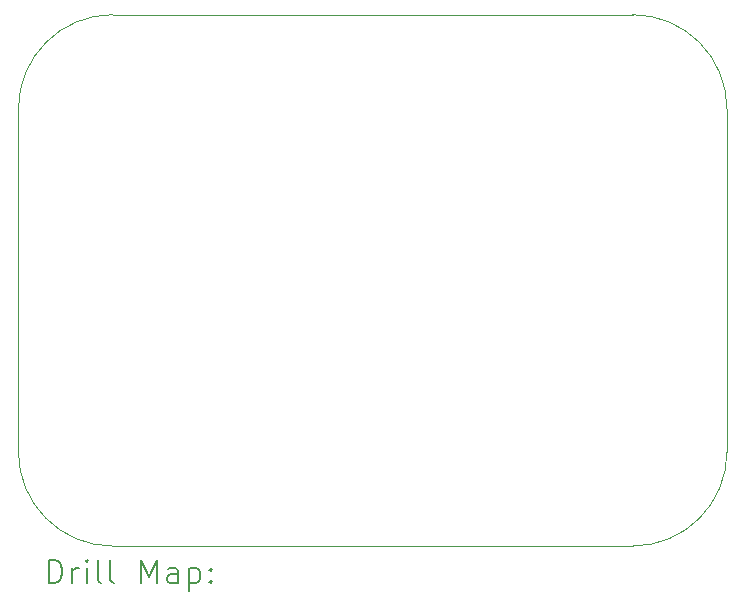
<source format=gbr>
%TF.GenerationSoftware,KiCad,Pcbnew,7.0.5*%
%TF.CreationDate,2023-07-06T17:02:58+08:00*%
%TF.ProjectId,GameRockerShaft,47616d65-526f-4636-9b65-725368616674,rev?*%
%TF.SameCoordinates,Original*%
%TF.FileFunction,Drillmap*%
%TF.FilePolarity,Positive*%
%FSLAX45Y45*%
G04 Gerber Fmt 4.5, Leading zero omitted, Abs format (unit mm)*
G04 Created by KiCad (PCBNEW 7.0.5) date 2023-07-06 17:02:58*
%MOMM*%
%LPD*%
G01*
G04 APERTURE LIST*
%ADD10C,0.100000*%
%ADD11C,0.200000*%
G04 APERTURE END LIST*
D10*
X7000000Y-7800000D02*
X7000000Y-10700000D01*
X13000000Y-7800000D02*
X13000000Y-10700000D01*
X13000000Y-7800000D02*
G75*
G03*
X12200000Y-7000000I-800000J0D01*
G01*
X7800000Y-7000000D02*
X12200000Y-7000000D01*
X12200000Y-11500000D02*
G75*
G03*
X13000000Y-10700000I0J800000D01*
G01*
X7000000Y-10700000D02*
G75*
G03*
X7800000Y-11500000I800000J0D01*
G01*
X7800000Y-11500000D02*
X12200000Y-11500000D01*
X7800000Y-7000000D02*
G75*
G03*
X7000000Y-7800000I0J-800000D01*
G01*
D11*
X7255777Y-11816484D02*
X7255777Y-11616484D01*
X7255777Y-11616484D02*
X7303396Y-11616484D01*
X7303396Y-11616484D02*
X7331967Y-11626008D01*
X7331967Y-11626008D02*
X7351015Y-11645055D01*
X7351015Y-11645055D02*
X7360539Y-11664103D01*
X7360539Y-11664103D02*
X7370062Y-11702198D01*
X7370062Y-11702198D02*
X7370062Y-11730769D01*
X7370062Y-11730769D02*
X7360539Y-11768865D01*
X7360539Y-11768865D02*
X7351015Y-11787912D01*
X7351015Y-11787912D02*
X7331967Y-11806960D01*
X7331967Y-11806960D02*
X7303396Y-11816484D01*
X7303396Y-11816484D02*
X7255777Y-11816484D01*
X7455777Y-11816484D02*
X7455777Y-11683150D01*
X7455777Y-11721246D02*
X7465301Y-11702198D01*
X7465301Y-11702198D02*
X7474824Y-11692674D01*
X7474824Y-11692674D02*
X7493872Y-11683150D01*
X7493872Y-11683150D02*
X7512920Y-11683150D01*
X7579586Y-11816484D02*
X7579586Y-11683150D01*
X7579586Y-11616484D02*
X7570062Y-11626008D01*
X7570062Y-11626008D02*
X7579586Y-11635531D01*
X7579586Y-11635531D02*
X7589110Y-11626008D01*
X7589110Y-11626008D02*
X7579586Y-11616484D01*
X7579586Y-11616484D02*
X7579586Y-11635531D01*
X7703396Y-11816484D02*
X7684348Y-11806960D01*
X7684348Y-11806960D02*
X7674824Y-11787912D01*
X7674824Y-11787912D02*
X7674824Y-11616484D01*
X7808158Y-11816484D02*
X7789110Y-11806960D01*
X7789110Y-11806960D02*
X7779586Y-11787912D01*
X7779586Y-11787912D02*
X7779586Y-11616484D01*
X8036729Y-11816484D02*
X8036729Y-11616484D01*
X8036729Y-11616484D02*
X8103396Y-11759341D01*
X8103396Y-11759341D02*
X8170062Y-11616484D01*
X8170062Y-11616484D02*
X8170062Y-11816484D01*
X8351015Y-11816484D02*
X8351015Y-11711722D01*
X8351015Y-11711722D02*
X8341491Y-11692674D01*
X8341491Y-11692674D02*
X8322443Y-11683150D01*
X8322443Y-11683150D02*
X8284348Y-11683150D01*
X8284348Y-11683150D02*
X8265301Y-11692674D01*
X8351015Y-11806960D02*
X8331967Y-11816484D01*
X8331967Y-11816484D02*
X8284348Y-11816484D01*
X8284348Y-11816484D02*
X8265301Y-11806960D01*
X8265301Y-11806960D02*
X8255777Y-11787912D01*
X8255777Y-11787912D02*
X8255777Y-11768865D01*
X8255777Y-11768865D02*
X8265301Y-11749817D01*
X8265301Y-11749817D02*
X8284348Y-11740293D01*
X8284348Y-11740293D02*
X8331967Y-11740293D01*
X8331967Y-11740293D02*
X8351015Y-11730769D01*
X8446253Y-11683150D02*
X8446253Y-11883150D01*
X8446253Y-11692674D02*
X8465301Y-11683150D01*
X8465301Y-11683150D02*
X8503396Y-11683150D01*
X8503396Y-11683150D02*
X8522444Y-11692674D01*
X8522444Y-11692674D02*
X8531967Y-11702198D01*
X8531967Y-11702198D02*
X8541491Y-11721246D01*
X8541491Y-11721246D02*
X8541491Y-11778388D01*
X8541491Y-11778388D02*
X8531967Y-11797436D01*
X8531967Y-11797436D02*
X8522444Y-11806960D01*
X8522444Y-11806960D02*
X8503396Y-11816484D01*
X8503396Y-11816484D02*
X8465301Y-11816484D01*
X8465301Y-11816484D02*
X8446253Y-11806960D01*
X8627205Y-11797436D02*
X8636729Y-11806960D01*
X8636729Y-11806960D02*
X8627205Y-11816484D01*
X8627205Y-11816484D02*
X8617682Y-11806960D01*
X8617682Y-11806960D02*
X8627205Y-11797436D01*
X8627205Y-11797436D02*
X8627205Y-11816484D01*
X8627205Y-11692674D02*
X8636729Y-11702198D01*
X8636729Y-11702198D02*
X8627205Y-11711722D01*
X8627205Y-11711722D02*
X8617682Y-11702198D01*
X8617682Y-11702198D02*
X8627205Y-11692674D01*
X8627205Y-11692674D02*
X8627205Y-11711722D01*
M02*

</source>
